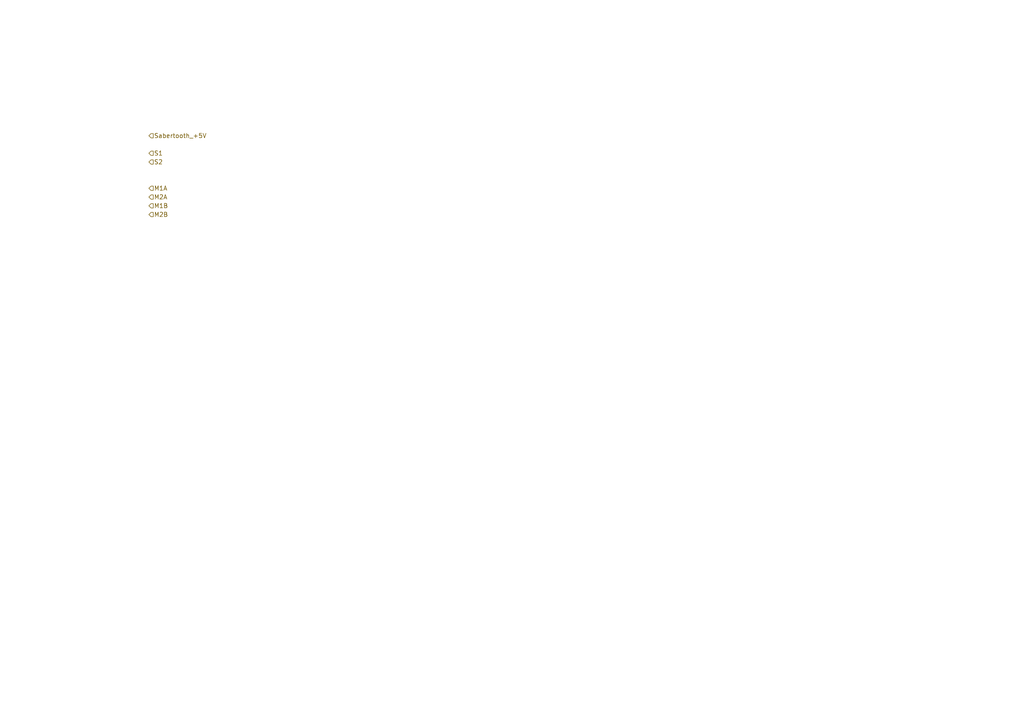
<source format=kicad_sch>
(kicad_sch (version 20230121) (generator eeschema)
  (paper "A4")
  (lib_symbols)
  (hierarchical_label "Sabertooth_+5V" (shape input) (at 43.18 39.37 0))
  (hierarchical_label "S2" (shape input) (at 43.18 46.99 0))
  (hierarchical_label "M2B" (shape input) (at 43.18 62.23 0))
  (hierarchical_label "M1A" (shape input) (at 43.18 54.61 0))
  (hierarchical_label "M1B" (shape input) (at 43.18 59.69 0))
  (hierarchical_label "S1" (shape input) (at 43.18 44.45 0))
  (hierarchical_label "M2A" (shape input) (at 43.18 57.15 0))
)
</source>
